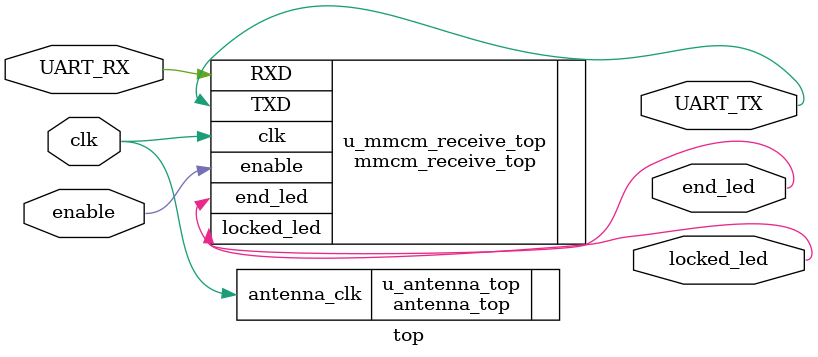
<source format=v>
`timescale 1ns / 1ps

module top(
    input  clk,                // System clock
    input  enable,             // Global enable control
    input  UART_RX,            // UART receive line
    output UART_TX,            // UART transmit line
    output end_led,            // Measurement end indicator
    output locked_led          // MMCM lock status indicator
    );

// Antenna excitation and clock generation
antenna_top u_antenna_top(
    .antenna_clk(clk)
);

// MMCM monitoring and UART reporting
mmcm_receive_top u_mmcm_receive_top(
    .clk(clk),
    .enable(enable),
    .RXD(UART_RX),
    .TXD(UART_TX),
    .end_led(end_led),
    .locked_led(locked_led)
);

endmodule

</source>
